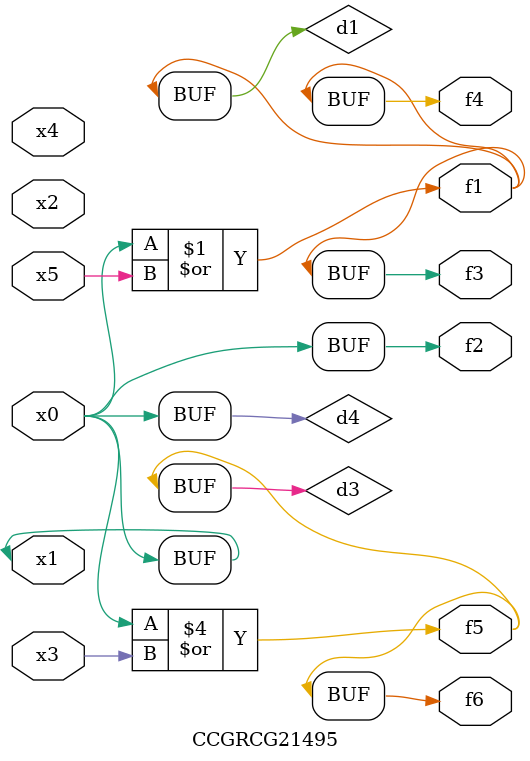
<source format=v>
module CCGRCG21495(
	input x0, x1, x2, x3, x4, x5,
	output f1, f2, f3, f4, f5, f6
);

	wire d1, d2, d3, d4;

	or (d1, x0, x5);
	xnor (d2, x1, x4);
	or (d3, x0, x3);
	buf (d4, x0, x1);
	assign f1 = d1;
	assign f2 = d4;
	assign f3 = d1;
	assign f4 = d1;
	assign f5 = d3;
	assign f6 = d3;
endmodule

</source>
